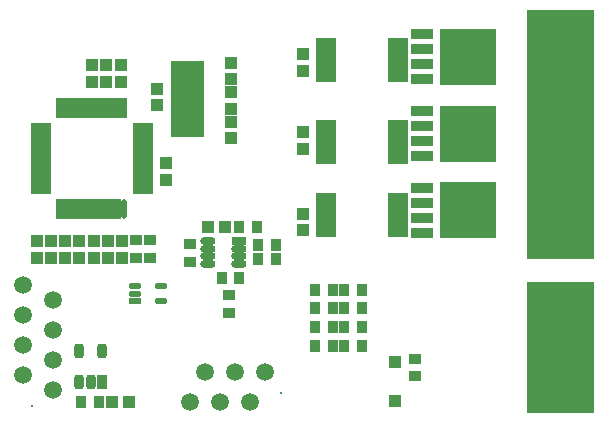
<source format=gbs>
G04 Layer_Color=16711935*
%FSLAX24Y24*%
%MOIN*%
G70*
G01*
G75*
%ADD56R,0.0394X0.0433*%
%ADD63R,0.0354X0.0433*%
%ADD65R,0.0433X0.0394*%
%ADD66R,0.0433X0.0354*%
%ADD67R,0.1899X0.1859*%
%ADD68R,0.0729X0.0319*%
%ADD69R,0.1732X0.2717*%
%ADD70R,0.1732X0.1929*%
%ADD71C,0.0079*%
%ADD72C,0.0591*%
G04:AMPARAMS|DCode=73|XSize=47.2mil|YSize=33.9mil|CornerRadius=10.4mil|HoleSize=0mil|Usage=FLASHONLY|Rotation=90.000|XOffset=0mil|YOffset=0mil|HoleType=Round|Shape=RoundedRectangle|*
%AMROUNDEDRECTD73*
21,1,0.0472,0.0130,0,0,90.0*
21,1,0.0264,0.0339,0,0,90.0*
1,1,0.0209,0.0065,0.0132*
1,1,0.0209,0.0065,-0.0132*
1,1,0.0209,-0.0065,-0.0132*
1,1,0.0209,-0.0065,0.0132*
%
%ADD73ROUNDEDRECTD73*%
%ADD74R,0.0339X0.0472*%
%ADD75R,0.0413X0.0217*%
%ADD76O,0.0413X0.0217*%
%ADD77O,0.0512X0.0256*%
%ADD78R,0.0512X0.0256*%
%ADD79R,0.0669X0.1457*%
%ADD80O,0.0197X0.0669*%
%ADD81R,0.0197X0.0669*%
%ADD82R,0.0669X0.0197*%
%ADD83R,0.0413X0.0413*%
G36*
X19685Y177D02*
X17441D01*
Y4547D01*
X19685D01*
Y177D01*
D02*
G37*
G36*
Y5295D02*
X17441D01*
Y13602D01*
X19685D01*
Y5295D01*
D02*
G37*
G36*
X6673Y9390D02*
X5574Y9390D01*
Y11909D01*
X6673Y11909D01*
Y9390D01*
D02*
G37*
D56*
X4173Y551D02*
D03*
X3622D02*
D03*
X6811Y6378D02*
D03*
X7362D02*
D03*
D63*
X11358Y3661D02*
D03*
X11949D02*
D03*
X10374D02*
D03*
X10965D02*
D03*
X11358Y2402D02*
D03*
X11949D02*
D03*
X10374D02*
D03*
X10965D02*
D03*
X11358Y3031D02*
D03*
X11949D02*
D03*
X10374Y3031D02*
D03*
X10965D02*
D03*
X2579Y551D02*
D03*
X3169D02*
D03*
X7264Y4685D02*
D03*
X7854D02*
D03*
X7854Y6378D02*
D03*
X8445D02*
D03*
X8484Y5315D02*
D03*
X9075D02*
D03*
X8484Y5787D02*
D03*
X9075D02*
D03*
X11358Y4291D02*
D03*
X11949D02*
D03*
X10374D02*
D03*
X10965D02*
D03*
D65*
X9961Y11575D02*
D03*
Y12126D02*
D03*
X9961Y6260D02*
D03*
Y6811D02*
D03*
X9961Y8976D02*
D03*
Y9528D02*
D03*
X1575Y5906D02*
D03*
Y5354D02*
D03*
X2047Y5354D02*
D03*
Y5906D02*
D03*
X1102Y5906D02*
D03*
Y5354D02*
D03*
X3937Y5354D02*
D03*
Y5906D02*
D03*
X2520Y5354D02*
D03*
Y5906D02*
D03*
X2992Y5354D02*
D03*
Y5906D02*
D03*
X3465Y5354D02*
D03*
Y5906D02*
D03*
X7559Y9331D02*
D03*
Y9882D02*
D03*
Y10315D02*
D03*
Y10866D02*
D03*
Y11299D02*
D03*
Y11850D02*
D03*
X3425Y11220D02*
D03*
Y11772D02*
D03*
X3898Y11220D02*
D03*
Y11772D02*
D03*
X2953Y11220D02*
D03*
Y11772D02*
D03*
X5394Y7953D02*
D03*
Y8504D02*
D03*
X5118Y10433D02*
D03*
Y10984D02*
D03*
D66*
X4882Y5335D02*
D03*
Y5925D02*
D03*
X6220Y5217D02*
D03*
Y5807D02*
D03*
X4409Y5335D02*
D03*
Y5925D02*
D03*
X13701Y1988D02*
D03*
Y1398D02*
D03*
X7520Y4114D02*
D03*
Y3524D02*
D03*
D67*
X15460Y12047D02*
D03*
Y9488D02*
D03*
Y6929D02*
D03*
D68*
X13957Y12797D02*
D03*
Y12297D02*
D03*
Y11797D02*
D03*
Y11297D02*
D03*
Y10238D02*
D03*
Y9738D02*
D03*
Y9238D02*
D03*
Y8738D02*
D03*
Y7679D02*
D03*
Y7179D02*
D03*
Y6679D02*
D03*
Y6179D02*
D03*
D69*
X18307Y12205D02*
D03*
Y9449D02*
D03*
Y6693D02*
D03*
D70*
Y3543D02*
D03*
Y1181D02*
D03*
D71*
X9252Y827D02*
D03*
X945Y394D02*
D03*
D72*
X6201Y535D02*
D03*
X6701Y1535D02*
D03*
X7201Y535D02*
D03*
X7701Y1535D02*
D03*
X8201Y535D02*
D03*
X8701Y1535D02*
D03*
X654Y4445D02*
D03*
X1654Y3945D02*
D03*
X654Y3445D02*
D03*
X1654Y2945D02*
D03*
X654Y2445D02*
D03*
X1654Y1945D02*
D03*
X654Y1445D02*
D03*
X1654Y945D02*
D03*
D73*
X2894Y1220D02*
D03*
X2520D02*
D03*
X3268Y2256D02*
D03*
X2520D02*
D03*
D74*
X3268Y1220D02*
D03*
D75*
X4370Y3898D02*
D03*
D76*
Y4409D02*
D03*
Y4154D02*
D03*
X5236Y4409D02*
D03*
Y3898D02*
D03*
D77*
X6811Y5394D02*
D03*
Y5138D02*
D03*
Y5650D02*
D03*
Y5906D02*
D03*
X7835Y5138D02*
D03*
Y5394D02*
D03*
Y5650D02*
D03*
D78*
Y5906D02*
D03*
D79*
X10728Y6772D02*
D03*
X13130D02*
D03*
X10728Y9213D02*
D03*
X13130D02*
D03*
X10728Y11929D02*
D03*
X13130D02*
D03*
D80*
X4016Y6969D02*
D03*
D81*
X3819D02*
D03*
X3622D02*
D03*
X3425D02*
D03*
X3228D02*
D03*
X3031D02*
D03*
X2835D02*
D03*
X2638D02*
D03*
X2441D02*
D03*
X2244Y6969D02*
D03*
X2047Y6969D02*
D03*
X1850D02*
D03*
Y10354D02*
D03*
X2047D02*
D03*
X2244D02*
D03*
X2441D02*
D03*
X2638D02*
D03*
X2835D02*
D03*
X3031D02*
D03*
X3228D02*
D03*
X3425D02*
D03*
X3622D02*
D03*
X3819D02*
D03*
X4016D02*
D03*
D82*
X1240Y7579D02*
D03*
Y7776D02*
D03*
X1240Y7972D02*
D03*
Y8169D02*
D03*
Y8366D02*
D03*
Y8563D02*
D03*
Y8760D02*
D03*
X1240Y8957D02*
D03*
Y9154D02*
D03*
Y9350D02*
D03*
Y9547D02*
D03*
Y9744D02*
D03*
X4626D02*
D03*
Y9547D02*
D03*
Y9350D02*
D03*
Y9154D02*
D03*
Y8957D02*
D03*
Y8760D02*
D03*
Y8563D02*
D03*
Y8366D02*
D03*
Y8169D02*
D03*
Y7972D02*
D03*
Y7776D02*
D03*
Y7579D02*
D03*
D83*
X13031Y1880D02*
D03*
Y561D02*
D03*
M02*

</source>
